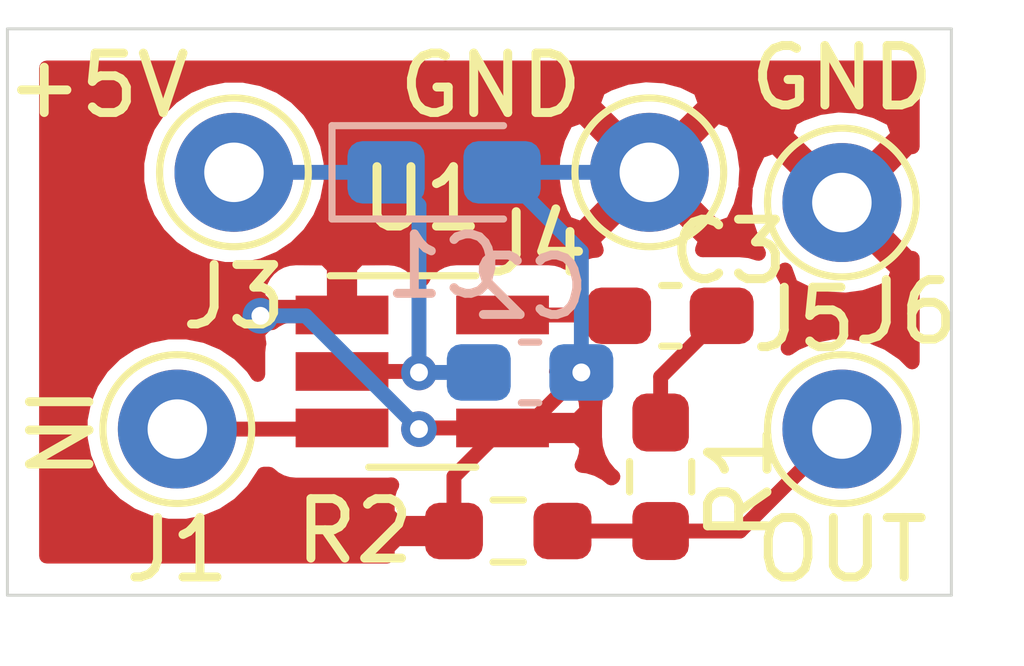
<source format=kicad_pcb>
(kicad_pcb (version 20171130) (host pcbnew 5.1.10-88a1d61d58~88~ubuntu16.04.1)

  (general
    (thickness 1.6)
    (drawings 9)
    (tracks 32)
    (zones 0)
    (modules 11)
    (nets 7)
  )

  (page A4)
  (layers
    (0 F.Cu signal)
    (31 B.Cu signal)
    (32 B.Adhes user)
    (33 F.Adhes user)
    (34 B.Paste user)
    (35 F.Paste user)
    (36 B.SilkS user)
    (37 F.SilkS user)
    (38 B.Mask user)
    (39 F.Mask user)
    (40 Dwgs.User user)
    (41 Cmts.User user)
    (42 Eco1.User user)
    (43 Eco2.User user)
    (44 Edge.Cuts user)
    (45 Margin user)
    (46 B.CrtYd user)
    (47 F.CrtYd user)
    (48 B.Fab user)
    (49 F.Fab user)
  )

  (setup
    (last_trace_width 0.25)
    (trace_clearance 0.2)
    (zone_clearance 0.508)
    (zone_45_only no)
    (trace_min 0.2)
    (via_size 0.8)
    (via_drill 0.4)
    (via_min_size 0.4)
    (via_min_drill 0.3)
    (user_via 0.6 0.3)
    (uvia_size 0.3)
    (uvia_drill 0.1)
    (uvias_allowed no)
    (uvia_min_size 0.2)
    (uvia_min_drill 0.1)
    (edge_width 0.05)
    (segment_width 0.2)
    (pcb_text_width 0.3)
    (pcb_text_size 1.5 1.5)
    (mod_edge_width 0.12)
    (mod_text_size 1 1)
    (mod_text_width 0.15)
    (pad_size 1.524 1.524)
    (pad_drill 0.762)
    (pad_to_mask_clearance 0)
    (aux_axis_origin 0 0)
    (visible_elements FFFFFF7F)
    (pcbplotparams
      (layerselection 0x010f0_ffffffff)
      (usegerberextensions false)
      (usegerberattributes false)
      (usegerberadvancedattributes false)
      (creategerberjobfile false)
      (excludeedgelayer true)
      (linewidth 0.100000)
      (plotframeref false)
      (viasonmask false)
      (mode 1)
      (useauxorigin false)
      (hpglpennumber 1)
      (hpglpenspeed 20)
      (hpglpendiameter 15.000000)
      (psnegative false)
      (psa4output false)
      (plotreference true)
      (plotvalue false)
      (plotinvisibletext false)
      (padsonsilk true)
      (subtractmaskfromsilk false)
      (outputformat 1)
      (mirror false)
      (drillshape 0)
      (scaleselection 1)
      (outputdirectory "gerber/"))
  )

  (net 0 "")
  (net 1 GND)
  (net 2 "Net-(C3-Pad2)")
  (net 3 "Net-(C3-Pad1)")
  (net 4 "Net-(J1-Pad1)")
  (net 5 "Net-(J5-Pad1)")
  (net 6 +5V)

  (net_class Default "This is the default net class."
    (clearance 0.2)
    (trace_width 0.25)
    (via_dia 0.8)
    (via_drill 0.4)
    (uvia_dia 0.3)
    (uvia_drill 0.1)
    (add_net +5V)
    (add_net GND)
    (add_net "Net-(C3-Pad1)")
    (add_net "Net-(C3-Pad2)")
    (add_net "Net-(J1-Pad1)")
    (add_net "Net-(J5-Pad1)")
  )

  (module Connector_Pin:Pin_D1.0mm_L10.0mm (layer F.Cu) (tedit 5A1DC084) (tstamp 60B9EEA4)
    (at 157.7975 107.696)
    (descr "solder Pin_ diameter 1.0mm, hole diameter 1.0mm (press fit), length 10.0mm")
    (tags "solder Pin_ press fit")
    (path /60BB2116)
    (fp_text reference J1 (at 0 2.032) (layer F.SilkS)
      (effects (font (size 1 1) (thickness 0.15)))
    )
    (fp_text value IN (at 0 -2.05) (layer F.Fab)
      (effects (font (size 1 1) (thickness 0.15)))
    )
    (fp_circle (center 0 0) (end 1.25 0.05) (layer F.SilkS) (width 0.12))
    (fp_circle (center 0 0) (end 1 0) (layer F.Fab) (width 0.12))
    (fp_circle (center 0 0) (end 0.5 0) (layer F.Fab) (width 0.12))
    (fp_circle (center 0 0) (end 1.5 0) (layer F.CrtYd) (width 0.05))
    (fp_text user %R (at 0 2.25) (layer F.Fab)
      (effects (font (size 1 1) (thickness 0.15)))
    )
    (pad 1 thru_hole circle (at 0 0) (size 2 2) (drill 1) (layers *.Cu *.Mask)
      (net 4 "Net-(J1-Pad1)"))
    (model ${KISYS3DMOD}/Connector_Pin.3dshapes/Pin_D1.0mm_L10.0mm.wrl
      (at (xyz 0 0 0))
      (scale (xyz 1 1 1))
      (rotate (xyz 0 0 0))
    )
  )

  (module Package_TO_SOT_SMD:SOT-23-5_HandSoldering (layer F.Cu) (tedit 5A0AB76C) (tstamp 60B9EF0D)
    (at 161.917001 106.727001)
    (descr "5-pin SOT23 package")
    (tags "SOT-23-5 hand-soldering")
    (path /60B92510)
    (attr smd)
    (fp_text reference U1 (at 0 -2.9) (layer F.SilkS)
      (effects (font (size 1 1) (thickness 0.15)))
    )
    (fp_text value MCP1402T-E_OT (at 0 2.9) (layer F.Fab)
      (effects (font (size 1 1) (thickness 0.15)))
    )
    (fp_line (start 2.38 1.8) (end -2.38 1.8) (layer F.CrtYd) (width 0.05))
    (fp_line (start 2.38 1.8) (end 2.38 -1.8) (layer F.CrtYd) (width 0.05))
    (fp_line (start -2.38 -1.8) (end -2.38 1.8) (layer F.CrtYd) (width 0.05))
    (fp_line (start -2.38 -1.8) (end 2.38 -1.8) (layer F.CrtYd) (width 0.05))
    (fp_line (start 0.9 -1.55) (end 0.9 1.55) (layer F.Fab) (width 0.1))
    (fp_line (start 0.9 1.55) (end -0.9 1.55) (layer F.Fab) (width 0.1))
    (fp_line (start -0.9 -0.9) (end -0.9 1.55) (layer F.Fab) (width 0.1))
    (fp_line (start 0.9 -1.55) (end -0.25 -1.55) (layer F.Fab) (width 0.1))
    (fp_line (start -0.9 -0.9) (end -0.25 -1.55) (layer F.Fab) (width 0.1))
    (fp_line (start 0.9 -1.61) (end -1.55 -1.61) (layer F.SilkS) (width 0.12))
    (fp_line (start -0.9 1.61) (end 0.9 1.61) (layer F.SilkS) (width 0.12))
    (fp_text user %R (at 0 0 90) (layer F.Fab)
      (effects (font (size 0.5 0.5) (thickness 0.075)))
    )
    (pad 5 smd rect (at 1.35 -0.95) (size 1.56 0.65) (layers F.Cu F.Paste F.Mask)
      (net 2 "Net-(C3-Pad2)"))
    (pad 4 smd rect (at 1.35 0.95) (size 1.56 0.65) (layers F.Cu F.Paste F.Mask)
      (net 1 GND))
    (pad 3 smd rect (at -1.35 0.95) (size 1.56 0.65) (layers F.Cu F.Paste F.Mask)
      (net 4 "Net-(J1-Pad1)"))
    (pad 2 smd rect (at -1.35 0) (size 1.56 0.65) (layers F.Cu F.Paste F.Mask)
      (net 6 +5V))
    (pad 1 smd rect (at -1.35 -0.95) (size 1.56 0.65) (layers F.Cu F.Paste F.Mask)
      (net 1 GND))
    (model ${KISYS3DMOD}/Package_TO_SOT_SMD.3dshapes/SOT-23-5.wrl
      (at (xyz 0 0 0))
      (scale (xyz 1 1 1))
      (rotate (xyz 0 0 0))
    )
  )

  (module Resistor_SMD:R_0603_1608Metric_Pad0.98x0.95mm_HandSolder (layer F.Cu) (tedit 5F68FEEE) (tstamp 60B9EEF8)
    (at 163.362 109.4105)
    (descr "Resistor SMD 0603 (1608 Metric), square (rectangular) end terminal, IPC_7351 nominal with elongated pad for handsoldering. (Body size source: IPC-SM-782 page 72, https://www.pcb-3d.com/wordpress/wp-content/uploads/ipc-sm-782a_amendment_1_and_2.pdf), generated with kicad-footprint-generator")
    (tags "resistor handsolder")
    (path /60B946A0)
    (attr smd)
    (fp_text reference R2 (at -2.58 0) (layer F.SilkS)
      (effects (font (size 1 1) (thickness 0.15)))
    )
    (fp_text value 75R (at 0 1.43) (layer F.Fab)
      (effects (font (size 1 1) (thickness 0.15)))
    )
    (fp_line (start 1.65 0.73) (end -1.65 0.73) (layer F.CrtYd) (width 0.05))
    (fp_line (start 1.65 -0.73) (end 1.65 0.73) (layer F.CrtYd) (width 0.05))
    (fp_line (start -1.65 -0.73) (end 1.65 -0.73) (layer F.CrtYd) (width 0.05))
    (fp_line (start -1.65 0.73) (end -1.65 -0.73) (layer F.CrtYd) (width 0.05))
    (fp_line (start -0.254724 0.5225) (end 0.254724 0.5225) (layer F.SilkS) (width 0.12))
    (fp_line (start -0.254724 -0.5225) (end 0.254724 -0.5225) (layer F.SilkS) (width 0.12))
    (fp_line (start 0.8 0.4125) (end -0.8 0.4125) (layer F.Fab) (width 0.1))
    (fp_line (start 0.8 -0.4125) (end 0.8 0.4125) (layer F.Fab) (width 0.1))
    (fp_line (start -0.8 -0.4125) (end 0.8 -0.4125) (layer F.Fab) (width 0.1))
    (fp_line (start -0.8 0.4125) (end -0.8 -0.4125) (layer F.Fab) (width 0.1))
    (fp_text user %R (at 0 0) (layer F.Fab)
      (effects (font (size 0.4 0.4) (thickness 0.06)))
    )
    (pad 2 smd roundrect (at 0.9125 0) (size 0.975 0.95) (layers F.Cu F.Paste F.Mask) (roundrect_rratio 0.25)
      (net 5 "Net-(J5-Pad1)"))
    (pad 1 smd roundrect (at -0.9125 0) (size 0.975 0.95) (layers F.Cu F.Paste F.Mask) (roundrect_rratio 0.25)
      (net 1 GND))
    (model ${KISYS3DMOD}/Resistor_SMD.3dshapes/R_0603_1608Metric.wrl
      (at (xyz 0 0 0))
      (scale (xyz 1 1 1))
      (rotate (xyz 0 0 0))
    )
  )

  (module Resistor_SMD:R_0603_1608Metric_Pad0.98x0.95mm_HandSolder (layer F.Cu) (tedit 5F68FEEE) (tstamp 60B9EEE7)
    (at 165.9255 108.498 90)
    (descr "Resistor SMD 0603 (1608 Metric), square (rectangular) end terminal, IPC_7351 nominal with elongated pad for handsoldering. (Body size source: IPC-SM-782 page 72, https://www.pcb-3d.com/wordpress/wp-content/uploads/ipc-sm-782a_amendment_1_and_2.pdf), generated with kicad-footprint-generator")
    (tags "resistor handsolder")
    (path /60B941B7)
    (attr smd)
    (fp_text reference R1 (at -0.087 1.3335 90) (layer F.SilkS)
      (effects (font (size 1 1) (thickness 0.15)))
    )
    (fp_text value 300R (at 0 1.43 90) (layer F.Fab)
      (effects (font (size 1 1) (thickness 0.15)))
    )
    (fp_line (start 1.65 0.73) (end -1.65 0.73) (layer F.CrtYd) (width 0.05))
    (fp_line (start 1.65 -0.73) (end 1.65 0.73) (layer F.CrtYd) (width 0.05))
    (fp_line (start -1.65 -0.73) (end 1.65 -0.73) (layer F.CrtYd) (width 0.05))
    (fp_line (start -1.65 0.73) (end -1.65 -0.73) (layer F.CrtYd) (width 0.05))
    (fp_line (start -0.254724 0.5225) (end 0.254724 0.5225) (layer F.SilkS) (width 0.12))
    (fp_line (start -0.254724 -0.5225) (end 0.254724 -0.5225) (layer F.SilkS) (width 0.12))
    (fp_line (start 0.8 0.4125) (end -0.8 0.4125) (layer F.Fab) (width 0.1))
    (fp_line (start 0.8 -0.4125) (end 0.8 0.4125) (layer F.Fab) (width 0.1))
    (fp_line (start -0.8 -0.4125) (end 0.8 -0.4125) (layer F.Fab) (width 0.1))
    (fp_line (start -0.8 0.4125) (end -0.8 -0.4125) (layer F.Fab) (width 0.1))
    (fp_text user %R (at 0 0 90) (layer F.Fab)
      (effects (font (size 0.4 0.4) (thickness 0.06)))
    )
    (pad 2 smd roundrect (at 0.9125 0 90) (size 0.975 0.95) (layers F.Cu F.Paste F.Mask) (roundrect_rratio 0.25)
      (net 3 "Net-(C3-Pad1)"))
    (pad 1 smd roundrect (at -0.9125 0 90) (size 0.975 0.95) (layers F.Cu F.Paste F.Mask) (roundrect_rratio 0.25)
      (net 5 "Net-(J5-Pad1)"))
    (model ${KISYS3DMOD}/Resistor_SMD.3dshapes/R_0603_1608Metric.wrl
      (at (xyz 0 0 0))
      (scale (xyz 1 1 1))
      (rotate (xyz 0 0 0))
    )
  )

  (module Connector_Pin:Pin_D1.0mm_L10.0mm (layer F.Cu) (tedit 5A1DC084) (tstamp 60B9EED6)
    (at 168.9735 103.886)
    (descr "solder Pin_ diameter 1.0mm, hole diameter 1.0mm (press fit), length 10.0mm")
    (tags "solder Pin_ press fit")
    (path /60BBD55A)
    (fp_text reference J6 (at 1.0795 1.8415) (layer F.SilkS)
      (effects (font (size 1 1) (thickness 0.15)))
    )
    (fp_text value OUTGND (at 0 -2.05) (layer F.Fab)
      (effects (font (size 1 1) (thickness 0.15)))
    )
    (fp_circle (center 0 0) (end 1.25 0.05) (layer F.SilkS) (width 0.12))
    (fp_circle (center 0 0) (end 1 0) (layer F.Fab) (width 0.12))
    (fp_circle (center 0 0) (end 0.5 0) (layer F.Fab) (width 0.12))
    (fp_circle (center 0 0) (end 1.5 0) (layer F.CrtYd) (width 0.05))
    (fp_text user %R (at 0 2.25) (layer F.Fab)
      (effects (font (size 1 1) (thickness 0.15)))
    )
    (pad 1 thru_hole circle (at 0 0) (size 2 2) (drill 1) (layers *.Cu *.Mask)
      (net 1 GND))
    (model ${KISYS3DMOD}/Connector_Pin.3dshapes/Pin_D1.0mm_L10.0mm.wrl
      (at (xyz 0 0 0))
      (scale (xyz 1 1 1))
      (rotate (xyz 0 0 0))
    )
  )

  (module Connector_Pin:Pin_D1.0mm_L10.0mm (layer F.Cu) (tedit 5A1DC084) (tstamp 60B9EECC)
    (at 168.9735 107.696)
    (descr "solder Pin_ diameter 1.0mm, hole diameter 1.0mm (press fit), length 10.0mm")
    (tags "solder Pin_ press fit")
    (path /60BBD554)
    (fp_text reference J5 (at -0.635 -1.8415) (layer F.SilkS)
      (effects (font (size 1 1) (thickness 0.15)))
    )
    (fp_text value OUT (at 0 -2.05) (layer F.Fab)
      (effects (font (size 1 1) (thickness 0.15)))
    )
    (fp_circle (center 0 0) (end 1.25 0.05) (layer F.SilkS) (width 0.12))
    (fp_circle (center 0 0) (end 1 0) (layer F.Fab) (width 0.12))
    (fp_circle (center 0 0) (end 0.5 0) (layer F.Fab) (width 0.12))
    (fp_circle (center 0 0) (end 1.5 0) (layer F.CrtYd) (width 0.05))
    (fp_text user %R (at 0 2.25) (layer F.Fab)
      (effects (font (size 1 1) (thickness 0.15)))
    )
    (pad 1 thru_hole circle (at 0 0) (size 2 2) (drill 1) (layers *.Cu *.Mask)
      (net 5 "Net-(J5-Pad1)"))
    (model ${KISYS3DMOD}/Connector_Pin.3dshapes/Pin_D1.0mm_L10.0mm.wrl
      (at (xyz 0 0 0))
      (scale (xyz 1 1 1))
      (rotate (xyz 0 0 0))
    )
  )

  (module Connector_Pin:Pin_D1.0mm_L10.0mm (layer F.Cu) (tedit 5A1DC084) (tstamp 60B9EEC2)
    (at 165.735 103.378)
    (descr "solder Pin_ diameter 1.0mm, hole diameter 1.0mm (press fit), length 10.0mm")
    (tags "solder Pin_ press fit")
    (path /60BB167F)
    (fp_text reference J4 (at -1.905 1.2065) (layer F.SilkS)
      (effects (font (size 1 1) (thickness 0.15)))
    )
    (fp_text value GND (at 0 -2.05) (layer F.Fab)
      (effects (font (size 1 1) (thickness 0.15)))
    )
    (fp_circle (center 0 0) (end 1.25 0.05) (layer F.SilkS) (width 0.12))
    (fp_circle (center 0 0) (end 1 0) (layer F.Fab) (width 0.12))
    (fp_circle (center 0 0) (end 0.5 0) (layer F.Fab) (width 0.12))
    (fp_circle (center 0 0) (end 1.5 0) (layer F.CrtYd) (width 0.05))
    (fp_text user %R (at 0 2.25) (layer F.Fab)
      (effects (font (size 1 1) (thickness 0.15)))
    )
    (pad 1 thru_hole circle (at 0 0) (size 2 2) (drill 1) (layers *.Cu *.Mask)
      (net 1 GND))
    (model ${KISYS3DMOD}/Connector_Pin.3dshapes/Pin_D1.0mm_L10.0mm.wrl
      (at (xyz 0 0 0))
      (scale (xyz 1 1 1))
      (rotate (xyz 0 0 0))
    )
  )

  (module Connector_Pin:Pin_D1.0mm_L10.0mm (layer F.Cu) (tedit 5A1DC084) (tstamp 60B9EEB8)
    (at 158.75 103.378)
    (descr "solder Pin_ diameter 1.0mm, hole diameter 1.0mm (press fit), length 10.0mm")
    (tags "solder Pin_ press fit")
    (path /60BB1685)
    (fp_text reference J3 (at 0 2.0955) (layer F.SilkS)
      (effects (font (size 1 1) (thickness 0.15)))
    )
    (fp_text value +5V (at 0 -2.05) (layer F.Fab)
      (effects (font (size 1 1) (thickness 0.15)))
    )
    (fp_circle (center 0 0) (end 1.25 0.05) (layer F.SilkS) (width 0.12))
    (fp_circle (center 0 0) (end 1 0) (layer F.Fab) (width 0.12))
    (fp_circle (center 0 0) (end 0.5 0) (layer F.Fab) (width 0.12))
    (fp_circle (center 0 0) (end 1.5 0) (layer F.CrtYd) (width 0.05))
    (fp_text user %R (at 0 2.25) (layer F.Fab)
      (effects (font (size 1 1) (thickness 0.15)))
    )
    (pad 1 thru_hole circle (at 0 0) (size 2 2) (drill 1) (layers *.Cu *.Mask)
      (net 6 +5V))
    (model ${KISYS3DMOD}/Connector_Pin.3dshapes/Pin_D1.0mm_L10.0mm.wrl
      (at (xyz 0 0 0))
      (scale (xyz 1 1 1))
      (rotate (xyz 0 0 0))
    )
  )

  (module Capacitor_SMD:C_0603_1608Metric_Pad1.08x0.95mm_HandSolder (layer F.Cu) (tedit 5F68FEEF) (tstamp 60B9EE9A)
    (at 166.0895 105.791 180)
    (descr "Capacitor SMD 0603 (1608 Metric), square (rectangular) end terminal, IPC_7351 nominal with elongated pad for handsoldering. (Body size source: IPC-SM-782 page 76, https://www.pcb-3d.com/wordpress/wp-content/uploads/ipc-sm-782a_amendment_1_and_2.pdf), generated with kicad-footprint-generator")
    (tags "capacitor handsolder")
    (path /60B9329E)
    (attr smd)
    (fp_text reference C3 (at -0.979 1.0795) (layer F.SilkS)
      (effects (font (size 1 1) (thickness 0.15)))
    )
    (fp_text value 100nF/50V (at 0 1.43) (layer F.Fab)
      (effects (font (size 1 1) (thickness 0.15)))
    )
    (fp_line (start 1.65 0.73) (end -1.65 0.73) (layer F.CrtYd) (width 0.05))
    (fp_line (start 1.65 -0.73) (end 1.65 0.73) (layer F.CrtYd) (width 0.05))
    (fp_line (start -1.65 -0.73) (end 1.65 -0.73) (layer F.CrtYd) (width 0.05))
    (fp_line (start -1.65 0.73) (end -1.65 -0.73) (layer F.CrtYd) (width 0.05))
    (fp_line (start -0.146267 0.51) (end 0.146267 0.51) (layer F.SilkS) (width 0.12))
    (fp_line (start -0.146267 -0.51) (end 0.146267 -0.51) (layer F.SilkS) (width 0.12))
    (fp_line (start 0.8 0.4) (end -0.8 0.4) (layer F.Fab) (width 0.1))
    (fp_line (start 0.8 -0.4) (end 0.8 0.4) (layer F.Fab) (width 0.1))
    (fp_line (start -0.8 -0.4) (end 0.8 -0.4) (layer F.Fab) (width 0.1))
    (fp_line (start -0.8 0.4) (end -0.8 -0.4) (layer F.Fab) (width 0.1))
    (fp_text user %R (at 0 0) (layer F.Fab)
      (effects (font (size 0.4 0.4) (thickness 0.06)))
    )
    (pad 2 smd roundrect (at 0.8625 0 180) (size 1.075 0.95) (layers F.Cu F.Paste F.Mask) (roundrect_rratio 0.25)
      (net 2 "Net-(C3-Pad2)"))
    (pad 1 smd roundrect (at -0.8625 0 180) (size 1.075 0.95) (layers F.Cu F.Paste F.Mask) (roundrect_rratio 0.25)
      (net 3 "Net-(C3-Pad1)"))
    (model ${KISYS3DMOD}/Capacitor_SMD.3dshapes/C_0603_1608Metric.wrl
      (at (xyz 0 0 0))
      (scale (xyz 1 1 1))
      (rotate (xyz 0 0 0))
    )
  )

  (module Capacitor_SMD:C_0603_1608Metric_Pad1.08x0.95mm_HandSolder (layer B.Cu) (tedit 5F68FEEF) (tstamp 60B9EE89)
    (at 163.7295 106.7435 180)
    (descr "Capacitor SMD 0603 (1608 Metric), square (rectangular) end terminal, IPC_7351 nominal with elongated pad for handsoldering. (Body size source: IPC-SM-782 page 76, https://www.pcb-3d.com/wordpress/wp-content/uploads/ipc-sm-782a_amendment_1_and_2.pdf), generated with kicad-footprint-generator")
    (tags "capacitor handsolder")
    (path /60B95341)
    (attr smd)
    (fp_text reference C2 (at 0 1.43) (layer B.SilkS)
      (effects (font (size 1 1) (thickness 0.15)) (justify mirror))
    )
    (fp_text value 100nF/50V (at 0 -1.43) (layer B.Fab)
      (effects (font (size 1 1) (thickness 0.15)) (justify mirror))
    )
    (fp_line (start 1.65 -0.73) (end -1.65 -0.73) (layer B.CrtYd) (width 0.05))
    (fp_line (start 1.65 0.73) (end 1.65 -0.73) (layer B.CrtYd) (width 0.05))
    (fp_line (start -1.65 0.73) (end 1.65 0.73) (layer B.CrtYd) (width 0.05))
    (fp_line (start -1.65 -0.73) (end -1.65 0.73) (layer B.CrtYd) (width 0.05))
    (fp_line (start -0.146267 -0.51) (end 0.146267 -0.51) (layer B.SilkS) (width 0.12))
    (fp_line (start -0.146267 0.51) (end 0.146267 0.51) (layer B.SilkS) (width 0.12))
    (fp_line (start 0.8 -0.4) (end -0.8 -0.4) (layer B.Fab) (width 0.1))
    (fp_line (start 0.8 0.4) (end 0.8 -0.4) (layer B.Fab) (width 0.1))
    (fp_line (start -0.8 0.4) (end 0.8 0.4) (layer B.Fab) (width 0.1))
    (fp_line (start -0.8 -0.4) (end -0.8 0.4) (layer B.Fab) (width 0.1))
    (fp_text user %R (at 0 0) (layer B.Fab)
      (effects (font (size 0.4 0.4) (thickness 0.06)) (justify mirror))
    )
    (pad 2 smd roundrect (at 0.8625 0 180) (size 1.075 0.95) (layers B.Cu B.Paste B.Mask) (roundrect_rratio 0.25)
      (net 6 +5V))
    (pad 1 smd roundrect (at -0.8625 0 180) (size 1.075 0.95) (layers B.Cu B.Paste B.Mask) (roundrect_rratio 0.25)
      (net 1 GND))
    (model ${KISYS3DMOD}/Capacitor_SMD.3dshapes/C_0603_1608Metric.wrl
      (at (xyz 0 0 0))
      (scale (xyz 1 1 1))
      (rotate (xyz 0 0 0))
    )
  )

  (module Capacitor_Tantalum_SMD:CP_EIA-2012-15_AVX-P_Pad1.30x1.05mm_HandSolder (layer B.Cu) (tedit 5EBA9318) (tstamp 60B9EE78)
    (at 162.2835 103.378)
    (descr "Tantalum Capacitor SMD AVX-P (2012-15 Metric), IPC_7351 nominal, (Body size from: https://www.vishay.com/docs/40182/tmch.pdf), generated with kicad-footprint-generator")
    (tags "capacitor tantalum")
    (path /60BA408D)
    (attr smd)
    (fp_text reference C1 (at 0 1.58) (layer B.SilkS)
      (effects (font (size 1 1) (thickness 0.15)) (justify mirror))
    )
    (fp_text value 10uF/10V (at 0 -1.58) (layer B.Fab)
      (effects (font (size 1 1) (thickness 0.15)) (justify mirror))
    )
    (fp_line (start 1.88 -0.88) (end -1.88 -0.88) (layer B.CrtYd) (width 0.05))
    (fp_line (start 1.88 0.88) (end 1.88 -0.88) (layer B.CrtYd) (width 0.05))
    (fp_line (start -1.88 0.88) (end 1.88 0.88) (layer B.CrtYd) (width 0.05))
    (fp_line (start -1.88 -0.88) (end -1.88 0.88) (layer B.CrtYd) (width 0.05))
    (fp_line (start -1.885 -0.785) (end 1 -0.785) (layer B.SilkS) (width 0.12))
    (fp_line (start -1.885 0.785) (end -1.885 -0.785) (layer B.SilkS) (width 0.12))
    (fp_line (start 1 0.785) (end -1.885 0.785) (layer B.SilkS) (width 0.12))
    (fp_line (start 1 -0.625) (end 1 0.625) (layer B.Fab) (width 0.1))
    (fp_line (start -1 -0.625) (end 1 -0.625) (layer B.Fab) (width 0.1))
    (fp_line (start -1 0.3125) (end -1 -0.625) (layer B.Fab) (width 0.1))
    (fp_line (start -0.6875 0.625) (end -1 0.3125) (layer B.Fab) (width 0.1))
    (fp_line (start 1 0.625) (end -0.6875 0.625) (layer B.Fab) (width 0.1))
    (fp_text user %R (at 0 0) (layer B.Fab)
      (effects (font (size 0.5 0.5) (thickness 0.08)) (justify mirror))
    )
    (pad 2 smd roundrect (at 0.975 0) (size 1.3 1.05) (layers B.Cu B.Paste B.Mask) (roundrect_rratio 0.2380942857142857)
      (net 1 GND))
    (pad 1 smd roundrect (at -0.975 0) (size 1.3 1.05) (layers B.Cu B.Paste B.Mask) (roundrect_rratio 0.2380942857142857)
      (net 6 +5V))
    (model ${KISYS3DMOD}/Capacitor_Tantalum_SMD.3dshapes/CP_EIA-2012-15_AVX-P.wrl
      (at (xyz 0 0 0))
      (scale (xyz 1 1 1))
      (rotate (xyz 0 0 0))
    )
  )

  (gr_text OUT (at 168.9735 109.728) (layer F.SilkS) (tstamp 60BA10DC)
    (effects (font (size 1 1) (thickness 0.15)))
  )
  (gr_text GND (at 168.9735 101.7905) (layer F.SilkS) (tstamp 60BA10C5)
    (effects (font (size 1 1) (thickness 0.15)))
  )
  (gr_text GND (at 163.068 101.9175) (layer F.SilkS) (tstamp 60BA10C1)
    (effects (font (size 1 1) (thickness 0.15)))
  )
  (gr_text +5V (at 156.464 101.9175) (layer F.SilkS) (tstamp 60BA10BB)
    (effects (font (size 1 1) (thickness 0.15)))
  )
  (gr_text IN (at 155.7655 107.7595 270) (layer F.SilkS)
    (effects (font (size 1 1) (thickness 0.15)))
  )
  (gr_line (start 154.94 110.49) (end 154.94 100.965) (layer Edge.Cuts) (width 0.05) (tstamp 60B9FFE9))
  (gr_line (start 170.815 110.49) (end 154.94 110.49) (layer Edge.Cuts) (width 0.05))
  (gr_line (start 170.815 100.965) (end 170.815 110.49) (layer Edge.Cuts) (width 0.05))
  (gr_line (start 154.94 100.965) (end 170.815 100.965) (layer Edge.Cuts) (width 0.05))

  (segment (start 162.4495 108.494502) (end 163.267001 107.677001) (width 0.25) (layer F.Cu) (net 1))
  (segment (start 162.4495 109.4105) (end 162.4495 108.494502) (width 0.25) (layer F.Cu) (net 1))
  (segment (start 164.592 104.7115) (end 163.2585 103.378) (width 0.25) (layer B.Cu) (net 1))
  (segment (start 164.592 106.7435) (end 164.592 104.7115) (width 0.25) (layer B.Cu) (net 1))
  (segment (start 165.735 103.378) (end 163.2585 103.378) (width 0.25) (layer B.Cu) (net 1))
  (via (at 164.592 106.7435) (size 0.6) (drill 0.3) (layers F.Cu B.Cu) (net 1))
  (segment (start 163.658499 107.677001) (end 164.592 106.7435) (width 0.25) (layer F.Cu) (net 1))
  (segment (start 163.267001 107.677001) (end 163.658499 107.677001) (width 0.25) (layer F.Cu) (net 1))
  (via (at 161.8615 107.696) (size 0.6) (drill 0.3) (layers F.Cu B.Cu) (net 1))
  (segment (start 161.880499 107.677001) (end 161.8615 107.696) (width 0.25) (layer F.Cu) (net 1))
  (segment (start 163.267001 107.677001) (end 161.880499 107.677001) (width 0.25) (layer F.Cu) (net 1))
  (via (at 159.1945 105.791) (size 0.6) (drill 0.3) (layers F.Cu B.Cu) (net 1))
  (segment (start 159.9565 105.791) (end 159.1945 105.791) (width 0.25) (layer B.Cu) (net 1))
  (segment (start 161.8615 107.696) (end 159.9565 105.791) (width 0.25) (layer B.Cu) (net 1))
  (segment (start 160.553002 105.791) (end 160.567001 105.777001) (width 0.25) (layer F.Cu) (net 1))
  (segment (start 159.1945 105.791) (end 160.553002 105.791) (width 0.25) (layer F.Cu) (net 1))
  (segment (start 165.213001 105.777001) (end 165.227 105.791) (width 0.25) (layer F.Cu) (net 2))
  (segment (start 163.267001 105.777001) (end 165.213001 105.777001) (width 0.25) (layer F.Cu) (net 2))
  (segment (start 165.9255 106.8175) (end 166.952 105.791) (width 0.25) (layer F.Cu) (net 3))
  (segment (start 165.9255 107.5855) (end 165.9255 106.8175) (width 0.25) (layer F.Cu) (net 3))
  (segment (start 160.548002 107.696) (end 160.567001 107.677001) (width 0.25) (layer F.Cu) (net 4))
  (segment (start 157.7975 107.696) (end 160.548002 107.696) (width 0.25) (layer F.Cu) (net 4))
  (segment (start 164.2745 109.4105) (end 165.9255 109.4105) (width 0.25) (layer F.Cu) (net 5))
  (segment (start 167.259 109.4105) (end 168.9735 107.696) (width 0.25) (layer F.Cu) (net 5))
  (segment (start 165.9255 109.4105) (end 167.259 109.4105) (width 0.25) (layer F.Cu) (net 5))
  (via (at 161.8615 106.7435) (size 0.6) (drill 0.3) (layers F.Cu B.Cu) (net 6))
  (segment (start 161.845001 106.727001) (end 161.8615 106.7435) (width 0.25) (layer F.Cu) (net 6))
  (segment (start 160.567001 106.727001) (end 161.845001 106.727001) (width 0.25) (layer F.Cu) (net 6))
  (segment (start 161.8615 106.7435) (end 162.867 106.7435) (width 0.25) (layer B.Cu) (net 6))
  (segment (start 161.8615 103.931) (end 161.3085 103.378) (width 0.25) (layer B.Cu) (net 6))
  (segment (start 161.8615 106.7435) (end 161.8615 103.931) (width 0.25) (layer B.Cu) (net 6))
  (segment (start 161.3085 103.378) (end 158.75 103.378) (width 0.25) (layer B.Cu) (net 6))

  (zone (net 1) (net_name GND) (layer F.Cu) (tstamp 60BA118E) (hatch edge 0.508)
    (connect_pads (clearance 0.508))
    (min_thickness 0.254)
    (fill yes (arc_segments 32) (thermal_gap 0.508) (thermal_bridge_width 0.508))
    (polygon
      (pts
        (xy 170.815 110.49) (xy 154.94 110.49) (xy 154.94 100.965) (xy 170.815 100.965)
      )
    )
    (filled_polygon
      (pts
        (xy 170.155 102.946884) (xy 170.108913 102.930192) (xy 169.153105 103.886) (xy 170.108913 104.841808) (xy 170.155 104.825115)
        (xy 170.155001 106.565262) (xy 170.015752 106.426013) (xy 169.747963 106.247082) (xy 169.450412 106.123832) (xy 169.134533 106.061)
        (xy 168.812467 106.061) (xy 168.496588 106.123832) (xy 168.199037 106.247082) (xy 168.07013 106.333215) (xy 168.110748 106.199316)
        (xy 168.127572 106.0285) (xy 168.127572 105.5535) (xy 168.110748 105.382684) (xy 168.060923 105.218433) (xy 167.980012 105.067058)
        (xy 167.976423 105.062685) (xy 168.017693 105.021415) (xy 168.113456 105.285814) (xy 168.403071 105.426704) (xy 168.714608 105.508384)
        (xy 169.036095 105.527718) (xy 169.355175 105.483961) (xy 169.659588 105.378795) (xy 169.833544 105.285814) (xy 169.929308 105.021413)
        (xy 168.9735 104.065605) (xy 168.959358 104.079748) (xy 168.779753 103.900143) (xy 168.793895 103.886) (xy 167.838087 102.930192)
        (xy 167.573686 103.025956) (xy 167.432796 103.315571) (xy 167.360013 103.593173) (xy 167.376718 103.315405) (xy 167.332961 102.996325)
        (xy 167.248066 102.750587) (xy 168.017692 102.750587) (xy 168.9735 103.706395) (xy 169.929308 102.750587) (xy 169.833544 102.486186)
        (xy 169.543929 102.345296) (xy 169.232392 102.263616) (xy 168.910905 102.244282) (xy 168.591825 102.288039) (xy 168.287412 102.393205)
        (xy 168.113456 102.486186) (xy 168.017692 102.750587) (xy 167.248066 102.750587) (xy 167.227795 102.691912) (xy 167.134814 102.517956)
        (xy 166.870413 102.422192) (xy 165.914605 103.378) (xy 166.870413 104.333808) (xy 167.134814 104.238044) (xy 167.275704 103.948429)
        (xy 167.348487 103.670827) (xy 167.331782 103.948595) (xy 167.375539 104.267675) (xy 167.480705 104.572088) (xy 167.570161 104.739449)
        (xy 167.422816 104.694752) (xy 167.252 104.677928) (xy 166.652 104.677928) (xy 166.630453 104.68005) (xy 166.690808 104.513413)
        (xy 165.735 103.557605) (xy 164.779192 104.513413) (xy 164.841817 104.686318) (xy 164.756184 104.694752) (xy 164.591933 104.744577)
        (xy 164.440558 104.825488) (xy 164.35433 104.896254) (xy 164.291181 104.862499) (xy 164.171483 104.826189) (xy 164.047001 104.813929)
        (xy 162.487001 104.813929) (xy 162.362519 104.826189) (xy 162.242821 104.862499) (xy 162.132507 104.921464) (xy 162.035816 105.000816)
        (xy 161.956464 105.097507) (xy 161.917001 105.171336) (xy 161.877538 105.097507) (xy 161.798186 105.000816) (xy 161.701495 104.921464)
        (xy 161.591181 104.862499) (xy 161.471483 104.826189) (xy 161.347001 104.813929) (xy 160.852751 104.817001) (xy 160.694001 104.975751)
        (xy 160.694001 105.650001) (xy 160.714001 105.650001) (xy 160.714001 105.763929) (xy 159.787001 105.763929) (xy 159.662519 105.776189)
        (xy 159.542821 105.812499) (xy 159.432507 105.871464) (xy 159.39286 105.904001) (xy 159.310751 105.904001) (xy 159.152001 106.062751)
        (xy 159.148929 106.102001) (xy 159.161189 106.226483) (xy 159.16893 106.252001) (xy 159.161189 106.277519) (xy 159.148929 106.402001)
        (xy 159.148929 106.775634) (xy 159.067487 106.653748) (xy 158.839752 106.426013) (xy 158.571963 106.247082) (xy 158.274412 106.123832)
        (xy 157.958533 106.061) (xy 157.636467 106.061) (xy 157.320588 106.123832) (xy 157.023037 106.247082) (xy 156.755248 106.426013)
        (xy 156.527513 106.653748) (xy 156.348582 106.921537) (xy 156.225332 107.219088) (xy 156.1625 107.534967) (xy 156.1625 107.857033)
        (xy 156.225332 108.172912) (xy 156.348582 108.470463) (xy 156.527513 108.738252) (xy 156.755248 108.965987) (xy 157.023037 109.144918)
        (xy 157.320588 109.268168) (xy 157.636467 109.331) (xy 157.958533 109.331) (xy 158.274412 109.268168) (xy 158.571963 109.144918)
        (xy 158.839752 108.965987) (xy 159.067487 108.738252) (xy 159.246418 108.470463) (xy 159.252409 108.456) (xy 159.339245 108.456)
        (xy 159.432507 108.532538) (xy 159.542821 108.591503) (xy 159.662519 108.627813) (xy 159.787001 108.640073) (xy 161.347001 108.640073)
        (xy 161.40283 108.634575) (xy 161.372498 108.69132) (xy 161.336188 108.811018) (xy 161.323928 108.9355) (xy 161.327 109.12475)
        (xy 161.48575 109.2835) (xy 162.3225 109.2835) (xy 162.3225 109.2635) (xy 162.5765 109.2635) (xy 162.5765 109.2835)
        (xy 162.5965 109.2835) (xy 162.5965 109.5375) (xy 162.5765 109.5375) (xy 162.5765 109.5575) (xy 162.3225 109.5575)
        (xy 162.3225 109.5375) (xy 161.48575 109.5375) (xy 161.327 109.69625) (xy 161.324829 109.83) (xy 155.6 109.83)
        (xy 155.6 105.452001) (xy 159.148929 105.452001) (xy 159.152001 105.491251) (xy 159.310751 105.650001) (xy 160.440001 105.650001)
        (xy 160.440001 104.975751) (xy 160.281251 104.817001) (xy 159.787001 104.813929) (xy 159.662519 104.826189) (xy 159.542821 104.862499)
        (xy 159.432507 104.921464) (xy 159.335816 105.000816) (xy 159.256464 105.097507) (xy 159.197499 105.207821) (xy 159.161189 105.327519)
        (xy 159.148929 105.452001) (xy 155.6 105.452001) (xy 155.6 103.216967) (xy 157.115 103.216967) (xy 157.115 103.539033)
        (xy 157.177832 103.854912) (xy 157.301082 104.152463) (xy 157.480013 104.420252) (xy 157.707748 104.647987) (xy 157.975537 104.826918)
        (xy 158.273088 104.950168) (xy 158.588967 105.013) (xy 158.911033 105.013) (xy 159.226912 104.950168) (xy 159.524463 104.826918)
        (xy 159.792252 104.647987) (xy 160.019987 104.420252) (xy 160.198918 104.152463) (xy 160.322168 103.854912) (xy 160.385 103.539033)
        (xy 160.385 103.440595) (xy 164.093282 103.440595) (xy 164.137039 103.759675) (xy 164.242205 104.064088) (xy 164.335186 104.238044)
        (xy 164.599587 104.333808) (xy 165.555395 103.378) (xy 164.599587 102.422192) (xy 164.335186 102.517956) (xy 164.194296 102.807571)
        (xy 164.112616 103.119108) (xy 164.093282 103.440595) (xy 160.385 103.440595) (xy 160.385 103.216967) (xy 160.322168 102.901088)
        (xy 160.198918 102.603537) (xy 160.019987 102.335748) (xy 159.926826 102.242587) (xy 164.779192 102.242587) (xy 165.735 103.198395)
        (xy 166.690808 102.242587) (xy 166.595044 101.978186) (xy 166.305429 101.837296) (xy 165.993892 101.755616) (xy 165.672405 101.736282)
        (xy 165.353325 101.780039) (xy 165.048912 101.885205) (xy 164.874956 101.978186) (xy 164.779192 102.242587) (xy 159.926826 102.242587)
        (xy 159.792252 102.108013) (xy 159.524463 101.929082) (xy 159.226912 101.805832) (xy 158.911033 101.743) (xy 158.588967 101.743)
        (xy 158.273088 101.805832) (xy 157.975537 101.929082) (xy 157.707748 102.108013) (xy 157.480013 102.335748) (xy 157.301082 102.603537)
        (xy 157.177832 102.901088) (xy 157.115 103.216967) (xy 155.6 103.216967) (xy 155.6 101.625) (xy 170.155 101.625)
      )
    )
    (filled_polygon
      (pts
        (xy 164.440558 106.756512) (xy 164.591933 106.837423) (xy 164.756184 106.887248) (xy 164.927 106.904072) (xy 164.930583 106.904072)
        (xy 164.879077 107.000433) (xy 164.829252 107.164684) (xy 164.812428 107.3355) (xy 164.812428 107.8355) (xy 164.829252 108.006316)
        (xy 164.879077 108.170567) (xy 164.959988 108.321942) (xy 165.068877 108.454623) (xy 165.121732 108.498) (xy 165.098634 108.516956)
        (xy 165.010942 108.444988) (xy 164.859567 108.364077) (xy 164.695316 108.314252) (xy 164.604879 108.305345) (xy 164.636503 108.246181)
        (xy 164.672813 108.126483) (xy 164.685073 108.002001) (xy 164.682001 107.962751) (xy 164.523251 107.804001) (xy 163.394001 107.804001)
        (xy 163.394001 107.824001) (xy 163.140001 107.824001) (xy 163.140001 107.804001) (xy 163.120001 107.804001) (xy 163.120001 107.550001)
        (xy 163.140001 107.550001) (xy 163.140001 107.530001) (xy 163.394001 107.530001) (xy 163.394001 107.550001) (xy 164.523251 107.550001)
        (xy 164.682001 107.391251) (xy 164.685073 107.352001) (xy 164.672813 107.227519) (xy 164.636503 107.107821) (xy 164.577538 106.997507)
        (xy 164.498186 106.900816) (xy 164.401495 106.821464) (xy 164.291181 106.762499) (xy 164.17416 106.727001) (xy 164.291181 106.691503)
        (xy 164.333671 106.668791)
      )
    )
  )
)

</source>
